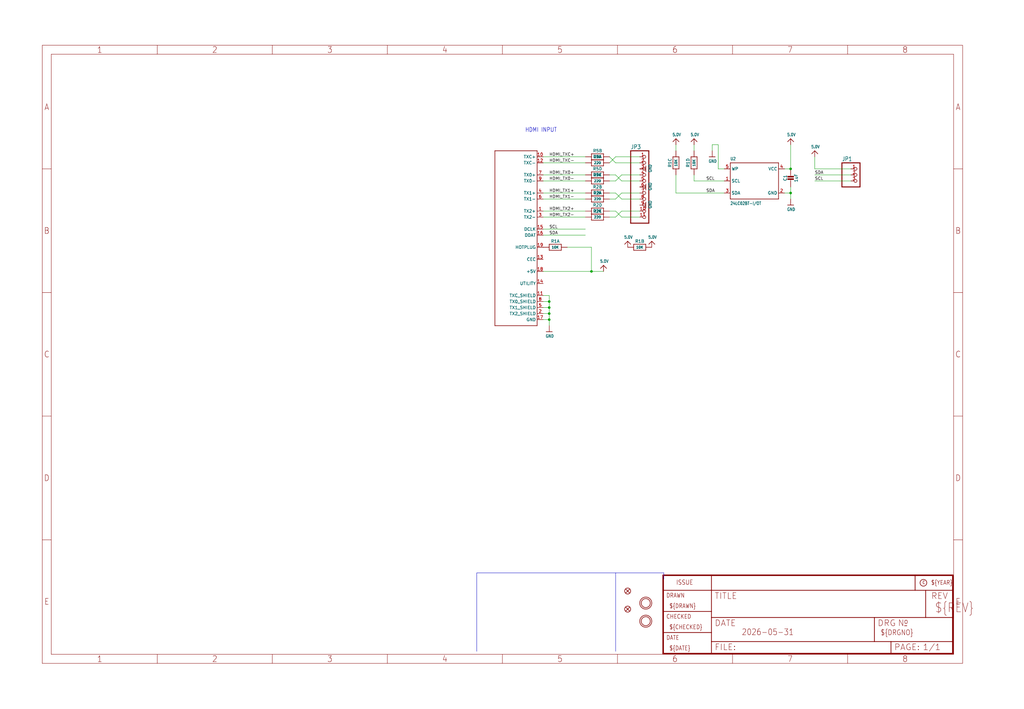
<source format=kicad_sch>
(kicad_sch (version 20230121) (generator eeschema)
  (paper "User" 430.962 298.602)
  (lib_symbols
    (symbol "working-eagle-import:5.0V" (power)
      (property "Value" "5.0V" (at -1.524 1.016 0))
      (symbol "5.0V_1_0"
        (polyline (pts (xy -1.27 -1.27) (xy 0 0)) (stroke (width 0.254)))
        (polyline (pts (xy 0 0) (xy 1.27 -1.27)) (stroke (width 0.254)))
        (pin power_in line (at 0 -2.54 90) (length 2.54) (name "5.0V") (number "1"))
      )
    )
    (symbol "working-eagle-import:CAP_CERAMIC0603_NO"
      (property "Reference" "C" (at -2.29 1.25 90))
      (symbol "CAP_CERAMIC0603_NO_1_0"
        (rectangle (start -1.27 0.508) (end 1.27 1.016) (fill (type outline)))
        (rectangle (start -1.27 1.524) (end 1.27 2.032) (fill (type outline)))
        (polyline (pts (xy 0 0.762) (xy 0 0)) (stroke (width 0.1524)))
        (polyline (pts (xy 0 2.54) (xy 0 1.778)) (stroke (width 0.1524)))
        (pin passive line (at 0 5.08 270) (length 2.54) (name "1") (number "1"))
        (pin passive line (at 0 -2.54 90) (length 2.54) (name "2") (number "2"))
      )
    )
    (symbol "working-eagle-import:EEPROM_I2C_MCP24AA32"
      (property "Reference" "U" (at -10.16 8.636 0))
      (symbol "EEPROM_I2C_MCP24AA32_1_0"
        (polyline (pts (xy -10.16 -7.62) (xy -10.16 7.62)) (stroke (width 0.254)))
        (polyline (pts (xy -10.16 7.62) (xy 10.16 7.62)) (stroke (width 0.254)))
        (polyline (pts (xy 10.16 -7.62) (xy -10.16 -7.62)) (stroke (width 0.254)))
        (polyline (pts (xy 10.16 7.62) (xy 10.16 -7.62)) (stroke (width 0.254)))
        (pin bidirectional line (at -12.7 0 0) (length 2.54) (name "SCL") (number "1"))
        (pin bidirectional line (at 12.7 -5.08 180) (length 2.54) (name "GND") (number "2"))
        (pin bidirectional line (at -12.7 -5.08 0) (length 2.54) (name "SDA") (number "3"))
        (pin bidirectional line (at 12.7 5.08 180) (length 2.54) (name "VCC") (number "4"))
        (pin bidirectional line (at -12.7 5.08 0) (length 2.54) (name "WP") (number "5"))
      )
    )
    (symbol "working-eagle-import:FIDUCIAL_1MM"
      (symbol "FIDUCIAL_1MM_1_0"
        (polyline (pts (xy -0.762 0.762) (xy 0.762 -0.762)) (stroke (width 0.254)))
        (polyline (pts (xy 0.762 0.762) (xy -0.762 -0.762)) (stroke (width 0.254)))
        (circle (center 0 0) (radius 1.27) (stroke (width 0.254)))
      )
    )
    (symbol "working-eagle-import:FRAME_A3"
      (symbol "FRAME_A3_1_0"
        (polyline (pts (xy 0 52.07) (xy 3.81 52.07)))
        (polyline (pts (xy 0 104.14) (xy 3.81 104.14)))
        (polyline (pts (xy 0 156.21) (xy 3.81 156.21)))
        (polyline (pts (xy 0 208.28) (xy 3.81 208.28)))
        (polyline (pts (xy 3.81 3.81) (xy 3.81 256.54)))
        (polyline (pts (xy 48.4188 0) (xy 48.4188 3.81)))
        (polyline (pts (xy 48.4188 256.54) (xy 48.4188 260.35)))
        (polyline (pts (xy 96.8375 0) (xy 96.8375 3.81)))
        (polyline (pts (xy 96.8375 256.54) (xy 96.8375 260.35)))
        (polyline (pts (xy 145.2563 0) (xy 145.2563 3.81)))
        (polyline (pts (xy 145.2563 256.54) (xy 145.2563 260.35)))
        (polyline (pts (xy 193.675 0) (xy 193.675 3.81)))
        (polyline (pts (xy 193.675 256.54) (xy 193.675 260.35)))
        (polyline (pts (xy 242.0938 0) (xy 242.0938 3.81)))
        (polyline (pts (xy 242.0938 256.54) (xy 242.0938 260.35)))
        (polyline (pts (xy 288.29 3.81) (xy 383.54 3.81)) (stroke (width 0.1016)))
        (polyline (pts (xy 290.5125 0) (xy 290.5125 3.81)))
        (polyline (pts (xy 290.5125 256.54) (xy 290.5125 260.35)))
        (polyline (pts (xy 338.9313 0) (xy 338.9313 3.81)))
        (polyline (pts (xy 338.9313 256.54) (xy 338.9313 260.35)))
        (polyline (pts (xy 383.54 3.81) (xy 3.81 3.81)))
        (polyline (pts (xy 383.54 3.81) (xy 383.54 8.89)) (stroke (width 0.1016)))
        (polyline (pts (xy 383.54 3.81) (xy 383.54 256.54)))
        (polyline (pts (xy 383.54 8.89) (xy 383.54 13.97)) (stroke (width 0.1016)))
        (polyline (pts (xy 383.54 13.97) (xy 383.54 19.05)) (stroke (width 0.1016)))
        (polyline (pts (xy 383.54 19.05) (xy 383.54 24.13)) (stroke (width 0.1016)))
        (polyline (pts (xy 383.54 19.05) (xy 383.54 36.83)) (stroke (width 0.1016)))
        (polyline (pts (xy 383.54 52.07) (xy 387.35 52.07)))
        (polyline (pts (xy 383.54 104.14) (xy 387.35 104.14)))
        (polyline (pts (xy 383.54 156.21) (xy 387.35 156.21)))
        (polyline (pts (xy 383.54 208.28) (xy 387.35 208.28)))
        (polyline (pts (xy 383.54 256.54) (xy 3.81 256.54)))
        (polyline (pts (xy 0 0) (xy 387.35 0) (xy 387.35 260.35) (xy 0 260.35) (xy 0 0)))
        (text "1" (at 24.2094 1.905 0) (effects (font (size 2.54 2.286))))
        (text "1" (at 24.2094 258.445 0) (effects (font (size 2.54 2.286))))
        (text "2" (at 72.6281 1.905 0) (effects (font (size 2.54 2.286))))
        (text "2" (at 72.6281 258.445 0) (effects (font (size 2.54 2.286))))
        (text "3" (at 121.0469 1.905 0) (effects (font (size 2.54 2.286))))
        (text "3" (at 121.0469 258.445 0) (effects (font (size 2.54 2.286))))
        (text "4" (at 169.4656 1.905 0) (effects (font (size 2.54 2.286))))
        (text "4" (at 169.4656 258.445 0) (effects (font (size 2.54 2.286))))
        (text "5" (at 217.8844 1.905 0) (effects (font (size 2.54 2.286))))
        (text "5" (at 217.8844 258.445 0) (effects (font (size 2.54 2.286))))
        (text "6" (at 266.3031 1.905 0) (effects (font (size 2.54 2.286))))
        (text "6" (at 266.3031 258.445 0) (effects (font (size 2.54 2.286))))
        (text "7" (at 314.7219 1.905 0) (effects (font (size 2.54 2.286))))
        (text "7" (at 314.7219 258.445 0) (effects (font (size 2.54 2.286))))
        (text "8" (at 363.1406 1.905 0) (effects (font (size 2.54 2.286))))
        (text "8" (at 363.1406 258.445 0) (effects (font (size 2.54 2.286))))
        (text "A" (at 1.905 234.315 0) (effects (font (size 2.54 2.286))))
        (text "A" (at 385.445 234.315 0) (effects (font (size 2.54 2.286))))
        (text "B" (at 1.905 182.245 0) (effects (font (size 2.54 2.286))))
        (text "B" (at 385.445 182.245 0) (effects (font (size 2.54 2.286))))
        (text "C" (at 1.905 130.175 0) (effects (font (size 2.54 2.286))))
        (text "C" (at 385.445 130.175 0) (effects (font (size 2.54 2.286))))
        (text "D" (at 1.905 78.105 0) (effects (font (size 2.54 2.286))))
        (text "D" (at 385.445 78.105 0) (effects (font (size 2.54 2.286))))
        (text "E" (at 1.905 26.035 0) (effects (font (size 2.54 2.286))))
        (text "E" (at 385.445 26.035 0) (effects (font (size 2.54 2.286))))
      )
      (symbol "FRAME_A3_2_0"
        (polyline (pts (xy 1.27 -6.35) (xy 1.27 0)) (stroke (width 0.1016)))
        (polyline (pts (xy 1.27 0) (xy 82.55 0)) (stroke (width 0.1016)))
        (polyline (pts (xy 82.55 -6.35) (xy 1.27 -6.35)) (stroke (width 0.1016)))
        (polyline (pts (xy 82.55 0) (xy 82.55 -6.35)) (stroke (width 0.1016)))
        (text "PART OR WHOLE IS STRICTLY PROHIBITED WITHOUT WRITTEN PERMISSION!" (at 3.81 -5.08 0) (effects (font (size 1.27 1.0795)) (justify left bottom)))
        (text "PROPRIETARY" (at 3.81 -10.16 0) (effects (font (size 2.54 2.159) (thickness 0.4318) bold) (justify left bottom)))
        (text "THIS DRAWING CONTAINS CONFIDENTIAL INFORMATION. ANY REPRODUCTION IN" (at 3.81 -2.794 0) (effects (font (size 1.27 1.0795)) (justify left bottom)))
      )
      (symbol "FRAME_A3_3_0"
        (polyline (pts (xy -0.3048 1.5748) (xy 20.0152 1.5748)) (stroke (width 0.6096)))
        (polyline (pts (xy -0.3048 10.4648) (xy -0.3048 1.5748)) (stroke (width 0.6096)))
        (polyline (pts (xy -0.3048 10.4648) (xy 20.0152 10.4648)) (stroke (width 0.3048)))
        (polyline (pts (xy -0.3048 19.3548) (xy -0.3048 10.4648)) (stroke (width 0.6096)))
        (polyline (pts (xy -0.3048 19.3548) (xy 20.0152 19.3548)) (stroke (width 0.3048)))
        (polyline (pts (xy -0.3048 28.2448) (xy -0.3048 19.3548)) (stroke (width 0.6096)))
        (polyline (pts (xy -0.3048 28.2448) (xy 20.0152 28.2448)) (stroke (width 0.3048)))
        (polyline (pts (xy -0.3048 34.5948) (xy -0.3048 28.2448)) (stroke (width 0.6096)))
        (polyline (pts (xy 20.0152 1.5748) (xy 20.0152 6.6548)) (stroke (width 0.3048)))
        (polyline (pts (xy 20.0152 1.5748) (xy 95.5802 1.5748)) (stroke (width 0.6096)))
        (polyline (pts (xy 20.0152 6.6548) (xy 20.0152 10.4648)) (stroke (width 0.3048)))
        (polyline (pts (xy 20.0152 6.6548) (xy 88.5952 6.6548)) (stroke (width 0.3048)))
        (polyline (pts (xy 20.0152 10.4648) (xy 20.0152 16.8148)) (stroke (width 0.3048)))
        (polyline (pts (xy 20.0152 16.8148) (xy 20.0152 19.3548)) (stroke (width 0.3048)))
        (polyline (pts (xy 20.0152 19.3548) (xy 20.0152 28.2448)) (stroke (width 0.3048)))
        (polyline (pts (xy 20.0152 28.2448) (xy 20.0152 34.5948)) (stroke (width 0.3048)))
        (polyline (pts (xy 20.0152 28.2448) (xy 105.7402 28.2448)) (stroke (width 0.3048)))
        (polyline (pts (xy 20.0152 34.5948) (xy -0.3048 34.5948)) (stroke (width 0.6096)))
        (polyline (pts (xy 88.5952 6.6548) (xy 95.5802 6.6548)) (stroke (width 0.3048)))
        (polyline (pts (xy 88.5952 16.8148) (xy 20.0152 16.8148)) (stroke (width 0.3048)))
        (polyline (pts (xy 88.5952 16.8148) (xy 88.5952 6.6548)) (stroke (width 0.3048)))
        (polyline (pts (xy 95.5802 1.5748) (xy 121.6152 1.5748)) (stroke (width 0.6096)))
        (polyline (pts (xy 95.5802 6.6548) (xy 95.5802 1.5748)) (stroke (width 0.3048)))
        (polyline (pts (xy 95.5802 6.6548) (xy 121.6152 6.6548)) (stroke (width 0.3048)))
        (polyline (pts (xy 101.2952 13.3223) (xy 102.2477 13.3223)) (stroke (width 0.254)))
        (polyline (pts (xy 105.7402 28.2448) (xy 105.7402 34.5948)) (stroke (width 0.3048)))
        (polyline (pts (xy 105.7402 28.2448) (xy 110.1852 28.2448)) (stroke (width 0.3048)))
        (polyline (pts (xy 105.7402 34.5948) (xy 20.0152 34.5948)) (stroke (width 0.6096)))
        (polyline (pts (xy 110.1852 16.8148) (xy 88.5952 16.8148)) (stroke (width 0.3048)))
        (polyline (pts (xy 110.1852 28.2448) (xy 110.1852 16.8148)) (stroke (width 0.3048)))
        (polyline (pts (xy 110.1852 28.2448) (xy 121.6152 28.2448)) (stroke (width 0.3048)))
        (polyline (pts (xy 121.6152 6.6548) (xy 121.6152 1.5748)) (stroke (width 0.6096)))
        (polyline (pts (xy 121.6152 16.8148) (xy 110.1852 16.8148)) (stroke (width 0.3048)))
        (polyline (pts (xy 121.6152 16.8148) (xy 121.6152 6.6548)) (stroke (width 0.6096)))
        (polyline (pts (xy 121.6152 28.2448) (xy 121.6152 16.8148)) (stroke (width 0.6096)))
        (polyline (pts (xy 121.6152 34.5948) (xy 105.7402 34.5948)) (stroke (width 0.6096)))
        (polyline (pts (xy 121.6152 34.5948) (xy 121.6152 28.2448)) (stroke (width 0.6096)))
        (circle (center 109.2327 31.4198) (radius 1.4199) (stroke (width 0.254)))
        (text "${#}/${##}" (at 108.9152 2.8448 0) (effects (font (size 2.54 2.54)) (justify left bottom)))
        (text "${CHECKED}" (at 2.2352 11.7348 0) (effects (font (size 1.778 1.5113)) (justify left bottom)))
        (text "${COMPANY}" (at 23.349 29.6735 0) (effects (font (size 3.175 2.6987) (thickness 0.5397) bold) (justify left bottom)))
        (text "${CURRENT_DATE}" (at 32.7152 9.1948 0) (effects (font (size 2.54 2.159)) (justify left bottom)))
        (text "${DATE}" (at 2.2352 2.8448 0) (effects (font (size 1.778 1.5113)) (justify left bottom)))
        (text "${DRAWN}" (at 2.2352 20.6248 0) (effects (font (size 1.778 1.5113)) (justify left bottom)))
        (text "${DRGNO}" (at 91.1352 9.1948 0) (effects (font (size 2.1844 1.8567)) (justify left bottom)))
        (text "${PROJECTNAME}" (at 33.0327 2.8448 0) (effects (font (size 2.54 2.159)) (justify left bottom)))
        (text "${REV}" (at 113.9952 18.7198 0) (effects (font (size 3.81 3.2385)) (justify left bottom)))
        (text "${YEAR}" (at 112.4077 30.4673 0) (effects (font (size 1.778 1.5113)) (justify left bottom)))
        (text "C" (at 108.7564 30.7848 0) (effects (font (size 1.27 1.0795)) (justify left bottom)))
        (text "CHECKED" (at 0.9652 16.1798 0) (effects (font (size 1.778 1.5113)) (justify left bottom)))
        (text "DATE" (at 0.9652 7.2898 0) (effects (font (size 1.778 1.5113)) (justify left bottom)))
        (text "DATE" (at 21.2852 13.0048 0) (effects (font (size 2.54 2.54)) (justify left bottom)))
        (text "DRAWN" (at 0.9652 25.0698 0) (effects (font (size 1.778 1.5113)) (justify left bottom)))
        (text "DRG" (at 89.8652 13.0048 0) (effects (font (size 2.54 2.54)) (justify left bottom)))
        (text "FILE:" (at 21.2852 2.8448 0) (effects (font (size 2.54 2.54)) (justify left bottom)))
        (text "ISSUE" (at 5.0927 30.4673 0) (effects (font (size 1.9304 1.6408)) (justify left bottom)))
        (text "N" (at 98.4377 13.0048 0) (effects (font (size 2.54 2.54)) (justify left bottom)))
        (text "o" (at 100.9777 13.9573 0) (effects (font (size 2.1844 1.8567)) (justify left bottom)))
        (text "PAGE:" (at 96.8502 2.8448 0) (effects (font (size 2.54 2.54)) (justify left bottom)))
        (text "REV" (at 112.4077 24.4348 0) (effects (font (size 2.54 2.54)) (justify left bottom)))
        (text "TITLE" (at 21.2852 24.4348 0) (effects (font (size 2.54 2.54)) (justify left bottom)))
      )
    )
    (symbol "working-eagle-import:GND" (power)
      (property "Value" "GND" (at -1.524 -2.54 0))
      (symbol "GND_1_0"
        (polyline (pts (xy -1.27 0) (xy 1.27 0)) (stroke (width 0.254)))
        (pin power_in line (at 0 2.54 270) (length 2.54) (name "GND") (number "1"))
      )
    )
    (symbol "working-eagle-import:HDMI_MOLEX_47151"
      (symbol "HDMI_MOLEX_47151_1_0"
        (polyline (pts (xy -10.16 -38.1) (xy 7.62 -38.1)) (stroke (width 0.254)))
        (polyline (pts (xy -10.16 35.56) (xy -10.16 -38.1)) (stroke (width 0.254)))
        (polyline (pts (xy 7.62 -38.1) (xy 7.62 35.56)) (stroke (width 0.254)))
        (polyline (pts (xy 7.62 35.56) (xy -10.16 35.56)) (stroke (width 0.254)))
        (pin bidirectional line (at -12.7 10.16 0) (length 2.54) (name "TX2+") (number "1"))
        (pin bidirectional line (at -12.7 33.02 0) (length 2.54) (name "TXC+") (number "10"))
        (pin power_in line (at -12.7 -25.4 0) (length 2.54) (name "TXC_SHIELD") (number "11"))
        (pin bidirectional line (at -12.7 30.48 0) (length 2.54) (name "TXC-") (number "12"))
        (pin bidirectional line (at -12.7 -10.16 0) (length 2.54) (name "CEC") (number "13"))
        (pin bidirectional line (at -12.7 -20.32 0) (length 2.54) (name "UTILITY") (number "14"))
        (pin bidirectional line (at -12.7 2.54 0) (length 2.54) (name "DCLK") (number "15"))
        (pin bidirectional line (at -12.7 0 0) (length 2.54) (name "DDAT") (number "16"))
        (pin power_in line (at -12.7 -35.56 0) (length 2.54) (name "GND") (number "17"))
        (pin power_in line (at -12.7 -15.24 0) (length 2.54) (name "+5V") (number "18"))
        (pin bidirectional line (at -12.7 -5.08 0) (length 2.54) (name "HOTPLUG") (number "19"))
        (pin power_in line (at -12.7 -33.02 0) (length 2.54) (name "TX2_SHIELD") (number "2"))
        (pin bidirectional line (at -12.7 7.62 0) (length 2.54) (name "TX2-") (number "3"))
        (pin bidirectional line (at -12.7 17.78 0) (length 2.54) (name "TX1+") (number "4"))
        (pin power_in line (at -12.7 -30.48 0) (length 2.54) (name "TX1_SHIELD") (number "5"))
        (pin bidirectional line (at -12.7 15.24 0) (length 2.54) (name "TX1-") (number "6"))
        (pin bidirectional line (at -12.7 25.4 0) (length 2.54) (name "TX0+") (number "7"))
        (pin power_in line (at -12.7 -27.94 0) (length 2.54) (name "TX0_SHIELD") (number "8"))
        (pin bidirectional line (at -12.7 22.86 0) (length 2.54) (name "TX0-") (number "9"))
      )
      (symbol "HDMI_MOLEX_47151_2_0"
        (pin power_in line (at -7.62 2.54 90) (length 5.08) (name "GND@1") (number "P$1"))
        (pin power_in line (at -5.08 2.54 90) (length 5.08) (name "GND@2") (number "P$2"))
        (pin power_in line (at -2.54 2.54 90) (length 5.08) (name "GND@3") (number "P$3"))
        (pin power_in line (at 0 2.54 90) (length 5.08) (name "GND@4") (number "P$4"))
      )
    )
    (symbol "working-eagle-import:HEADER-1X11"
      (property "Reference" "JP" (at -6.35 15.875 0))
      (symbol "HEADER-1X11_1_0"
        (polyline (pts (xy -6.35 -15.24) (xy 1.27 -15.24)) (stroke (width 0.4064)))
        (polyline (pts (xy -6.35 15.24) (xy -6.35 -15.24)) (stroke (width 0.4064)))
        (polyline (pts (xy 1.27 -15.24) (xy 1.27 15.24)) (stroke (width 0.4064)))
        (polyline (pts (xy 1.27 15.24) (xy -6.35 15.24)) (stroke (width 0.4064)))
        (pin passive inverted (at -2.54 12.7 0) (length 2.54) (name "1") (number "1"))
        (pin passive inverted (at -2.54 -10.16 0) (length 2.54) (name "10") (number "10"))
        (pin passive inverted (at -2.54 -12.7 0) (length 2.54) (name "11") (number "11"))
        (pin passive inverted (at -2.54 10.16 0) (length 2.54) (name "2") (number "2"))
        (pin passive inverted (at -2.54 7.62 0) (length 2.54) (name "3") (number "3"))
        (pin passive inverted (at -2.54 5.08 0) (length 2.54) (name "4") (number "4"))
        (pin passive inverted (at -2.54 2.54 0) (length 2.54) (name "5") (number "5"))
        (pin passive inverted (at -2.54 0 0) (length 2.54) (name "6") (number "6"))
        (pin passive inverted (at -2.54 -2.54 0) (length 2.54) (name "7") (number "7"))
        (pin passive inverted (at -2.54 -5.08 0) (length 2.54) (name "8") (number "8"))
        (pin passive inverted (at -2.54 -7.62 0) (length 2.54) (name "9") (number "9"))
      )
    )
    (symbol "working-eagle-import:HEADER-1X3ROUND"
      (property "Reference" "JP" (at -6.35 5.715 0))
      (symbol "HEADER-1X3ROUND_1_0"
        (polyline (pts (xy -6.35 -5.08) (xy 1.27 -5.08)) (stroke (width 0.4064)))
        (polyline (pts (xy -6.35 5.08) (xy -6.35 -5.08)) (stroke (width 0.4064)))
        (polyline (pts (xy 1.27 -5.08) (xy 1.27 5.08)) (stroke (width 0.4064)))
        (polyline (pts (xy 1.27 5.08) (xy -6.35 5.08)) (stroke (width 0.4064)))
        (pin passive inverted (at -2.54 2.54 0) (length 2.54) (name "1") (number "1"))
        (pin passive inverted (at -2.54 0 0) (length 2.54) (name "2") (number "2"))
        (pin passive inverted (at -2.54 -2.54 0) (length 2.54) (name "3") (number "3"))
      )
    )
    (symbol "working-eagle-import:MOUNTINGHOLE2.5"
      (symbol "MOUNTINGHOLE2.5_1_0"
        (circle (center 0 0) (radius 1.905) (stroke (width 0.254)))
        (circle (center 0 0) (radius 2.54) (stroke (width 0.254)))
      )
    )
    (symbol "working-eagle-import:RESISTOR_4PACK"
      (property "Reference" "R" (at 0 2.54 0))
      (symbol "RESISTOR_4PACK_1_0"
        (polyline (pts (xy -2.54 -1.27) (xy -2.54 1.27)) (stroke (width 0.254)))
        (polyline (pts (xy -2.54 1.27) (xy 2.54 1.27)) (stroke (width 0.254)))
        (polyline (pts (xy 2.54 -1.27) (xy -2.54 -1.27)) (stroke (width 0.254)))
        (polyline (pts (xy 2.54 1.27) (xy 2.54 -1.27)) (stroke (width 0.254)))
        (pin passive line (at -5.08 0 0) (length 2.54) (name "1") (number "1"))
        (pin passive line (at 5.08 0 180) (length 2.54) (name "2") (number "8"))
      )
      (symbol "RESISTOR_4PACK_2_0"
        (polyline (pts (xy -2.54 -1.27) (xy -2.54 1.27)) (stroke (width 0.254)))
        (polyline (pts (xy -2.54 1.27) (xy 2.54 1.27)) (stroke (width 0.254)))
        (polyline (pts (xy 2.54 -1.27) (xy -2.54 -1.27)) (stroke (width 0.254)))
        (polyline (pts (xy 2.54 1.27) (xy 2.54 -1.27)) (stroke (width 0.254)))
        (pin passive line (at -5.08 0 0) (length 2.54) (name "1") (number "2"))
        (pin passive line (at 5.08 0 180) (length 2.54) (name "2") (number "7"))
      )
      (symbol "RESISTOR_4PACK_3_0"
        (polyline (pts (xy -2.54 -1.27) (xy -2.54 1.27)) (stroke (width 0.254)))
        (polyline (pts (xy -2.54 1.27) (xy 2.54 1.27)) (stroke (width 0.254)))
        (polyline (pts (xy 2.54 -1.27) (xy -2.54 -1.27)) (stroke (width 0.254)))
        (polyline (pts (xy 2.54 1.27) (xy 2.54 -1.27)) (stroke (width 0.254)))
        (pin passive line (at -5.08 0 0) (length 2.54) (name "1") (number "3"))
        (pin passive line (at 5.08 0 180) (length 2.54) (name "2") (number "6"))
      )
      (symbol "RESISTOR_4PACK_4_0"
        (polyline (pts (xy -2.54 -1.27) (xy -2.54 1.27)) (stroke (width 0.254)))
        (polyline (pts (xy -2.54 1.27) (xy 2.54 1.27)) (stroke (width 0.254)))
        (polyline (pts (xy 2.54 -1.27) (xy -2.54 -1.27)) (stroke (width 0.254)))
        (polyline (pts (xy 2.54 1.27) (xy 2.54 -1.27)) (stroke (width 0.254)))
        (pin passive line (at -5.08 0 0) (length 2.54) (name "1") (number "4"))
        (pin passive line (at 5.08 0 180) (length 2.54) (name "2") (number "5"))
      )
    )
  )
  (junction (at 332.74 71.12))
  (junction (at 231.14 134.62))
  (junction (at 231.14 132.08))
  (junction (at 231.14 127))
  (junction (at 332.74 81.28))
  (junction (at 248.92 114.3))
  (junction (at 231.14 129.54))
  (polyline (pts (xy 259.08 241.3) (xy 200.66 241.3)) (stroke (width 0.1524) (type solid)))
  (wire (pts (xy 332.74 71.12) (xy 332.74 60.96)) (stroke (width 0.1524)))
  (polyline (pts (xy 200.66 241.3) (xy 200.66 274.32)) (stroke (width 0.1524) (type solid)))
  (wire (pts (xy 228.6 66.04) (xy 246.38 66.04)) (stroke (width 0.1524)))
  (wire (pts (xy 330.2 71.12) (xy 332.74 71.12)) (stroke (width 0.1524)))
  (wire (pts (xy 228.6 81.28) (xy 246.38 81.28)) (stroke (width 0.1524)))
  (wire (pts (xy 304.8 71.12) (xy 302.26 71.12)) (stroke (width 0.1524)))
  (wire (pts (xy 284.48 63.5) (xy 284.48 60.96)) (stroke (width 0.1524)))
  (wire (pts (xy 261.62 76.2) (xy 269.24 76.2)) (stroke (width 0.1524)))
  (wire (pts (xy 261.62 83.82) (xy 269.24 83.82)) (stroke (width 0.1524)))
  (wire (pts (xy 256.54 88.9) (xy 259.08 88.9)) (stroke (width 0.1524)))
  (wire (pts (xy 261.62 81.28) (xy 269.24 81.28)) (stroke (width 0.1524)))
  (wire (pts (xy 342.9 76.2) (xy 358.14 76.2)) (stroke (width 0.1524)))
  (wire (pts (xy 302.26 71.12) (xy 302.26 60.96)) (stroke (width 0.1524)))
  (wire (pts (xy 228.6 124.46) (xy 231.14 124.46)) (stroke (width 0.1524)))
  (wire (pts (xy 330.2 81.28) (xy 332.74 81.28)) (stroke (width 0.1524)))
  (wire (pts (xy 284.48 81.28) (xy 284.48 73.66)) (stroke (width 0.1524)))
  (wire (pts (xy 332.74 78.74) (xy 332.74 81.28)) (stroke (width 0.1524)))
  (wire (pts (xy 358.14 73.66) (xy 342.9 73.66)) (stroke (width 0.1524)))
  (wire (pts (xy 228.6 73.66) (xy 246.38 73.66)) (stroke (width 0.1524)))
  (wire (pts (xy 332.74 81.28) (xy 332.74 83.82)) (stroke (width 0.1524)))
  (wire (pts (xy 231.14 124.46) (xy 231.14 127)) (stroke (width 0.1524)))
  (wire (pts (xy 299.72 60.96) (xy 299.72 63.5)) (stroke (width 0.1524)))
  (wire (pts (xy 256.54 81.28) (xy 259.08 81.28)) (stroke (width 0.1524)))
  (wire (pts (xy 246.38 99.06) (xy 228.6 99.06)) (stroke (width 0.1524)))
  (wire (pts (xy 228.6 132.08) (xy 231.14 132.08)) (stroke (width 0.1524)))
  (wire (pts (xy 261.62 91.44) (xy 269.24 91.44)) (stroke (width 0.1524)))
  (wire (pts (xy 228.6 83.82) (xy 246.38 83.82)) (stroke (width 0.1524)))
  (wire (pts (xy 228.6 134.62) (xy 231.14 134.62)) (stroke (width 0.1524)))
  (wire (pts (xy 256.54 73.66) (xy 259.08 73.66)) (stroke (width 0.1524)))
  (wire (pts (xy 228.6 76.2) (xy 246.38 76.2)) (stroke (width 0.1524)))
  (wire (pts (xy 248.92 114.3) (xy 254 114.3)) (stroke (width 0.1524)))
  (polyline (pts (xy 279.4 241.3) (xy 279.4 243.84)) (stroke (width 0.1524) (type solid)))
  (wire (pts (xy 256.54 83.82) (xy 259.08 83.82)) (stroke (width 0.1524)))
  (wire (pts (xy 228.6 91.44) (xy 246.38 91.44)) (stroke (width 0.1524)))
  (wire (pts (xy 259.08 91.44) (xy 256.54 91.44)) (stroke (width 0.1524)))
  (wire (pts (xy 256.54 76.2) (xy 259.08 76.2)) (stroke (width 0.1524)))
  (wire (pts (xy 238.76 104.14) (xy 248.92 104.14)) (stroke (width 0.1524)))
  (wire (pts (xy 259.08 83.82) (xy 261.62 81.28)) (stroke (width 0.1524)))
  (wire (pts (xy 302.26 60.96) (xy 299.72 60.96)) (stroke (width 0.1524)))
  (wire (pts (xy 259.08 76.2) (xy 261.62 73.66)) (stroke (width 0.1524)))
  (wire (pts (xy 228.6 68.58) (xy 246.38 68.58)) (stroke (width 0.1524)))
  (wire (pts (xy 292.1 76.2) (xy 292.1 73.66)) (stroke (width 0.1524)))
  (wire (pts (xy 259.08 88.9) (xy 261.62 91.44)) (stroke (width 0.1524)))
  (polyline (pts (xy 259.08 241.3) (xy 259.08 274.32)) (stroke (width 0.1524) (type solid)))
  (wire (pts (xy 259.08 66.04) (xy 269.24 66.04)) (stroke (width 0.1524)))
  (wire (pts (xy 259.08 73.66) (xy 261.62 76.2)) (stroke (width 0.1524)))
  (wire (pts (xy 231.14 132.08) (xy 231.14 134.62)) (stroke (width 0.1524)))
  (wire (pts (xy 228.6 96.52) (xy 246.38 96.52)) (stroke (width 0.1524)))
  (wire (pts (xy 292.1 76.2) (xy 304.8 76.2)) (stroke (width 0.1524)))
  (wire (pts (xy 228.6 127) (xy 231.14 127)) (stroke (width 0.1524)))
  (wire (pts (xy 248.92 104.14) (xy 248.92 114.3)) (stroke (width 0.1524)))
  (wire (pts (xy 304.8 81.28) (xy 284.48 81.28)) (stroke (width 0.1524)))
  (wire (pts (xy 342.9 71.12) (xy 342.9 66.04)) (stroke (width 0.1524)))
  (wire (pts (xy 358.14 71.12) (xy 342.9 71.12)) (stroke (width 0.1524)))
  (wire (pts (xy 228.6 129.54) (xy 231.14 129.54)) (stroke (width 0.1524)))
  (polyline (pts (xy 279.4 241.3) (xy 259.08 241.3)) (stroke (width 0.1524) (type solid)))
  (wire (pts (xy 292.1 63.5) (xy 292.1 60.96)) (stroke (width 0.1524)))
  (wire (pts (xy 256.54 66.04) (xy 259.08 68.58)) (stroke (width 0.1524)))
  (wire (pts (xy 269.24 88.9) (xy 261.62 88.9)) (stroke (width 0.1524)))
  (wire (pts (xy 231.14 134.62) (xy 231.14 137.16)) (stroke (width 0.1524)))
  (wire (pts (xy 259.08 68.58) (xy 269.24 68.58)) (stroke (width 0.1524)))
  (wire (pts (xy 228.6 88.9) (xy 246.38 88.9)) (stroke (width 0.1524)))
  (wire (pts (xy 231.14 129.54) (xy 231.14 132.08)) (stroke (width 0.1524)))
  (wire (pts (xy 248.92 114.3) (xy 228.6 114.3)) (stroke (width 0.1524)))
  (wire (pts (xy 259.08 81.28) (xy 261.62 83.82)) (stroke (width 0.1524)))
  (wire (pts (xy 261.62 73.66) (xy 269.24 73.66)) (stroke (width 0.1524)))
  (wire (pts (xy 256.54 68.58) (xy 259.08 66.04)) (stroke (width 0.1524)))
  (wire (pts (xy 231.14 127) (xy 231.14 129.54)) (stroke (width 0.1524)))
  (wire (pts (xy 261.62 88.9) (xy 259.08 91.44)) (stroke (width 0.1524)))
  (text "HDMI INPUT" (at 220.98 55.88 0) (effects (font (size 1.778 1.5113)) (justify left bottom)))
  (label "HDMI_TX1+" (at 231.14 81.28 0) (effects (font (size 1.2446 1.2446))))
  (label "SCL" (at 297.18 76.2 0) (effects (font (size 1.2446 1.2446))))
  (label "HDMI_TXC-" (at 231.14 68.58 0) (effects (font (size 1.2446 1.2446))))
  (label "SDA" (at 231.14 99.06 0) (effects (font (size 1.2446 1.2446))))
  (label "HDMI_TX2+" (at 231.14 88.9 0) (effects (font (size 1.2446 1.2446))))
  (label "SCL" (at 231.14 96.52 0) (effects (font (size 1.2446 1.2446))))
  (label "HDMI_TX2-" (at 231.14 91.44 0) (effects (font (size 1.2446 1.2446))))
  (label "HDMI_TXC+" (at 231.14 66.04 0) (effects (font (size 1.2446 1.2446))))
  (label "HDMI_TX0-" (at 231.14 76.2 0) (effects (font (size 1.2446 1.2446))))
  (label "SCL" (at 342.9 76.2 0) (effects (font (size 1.2446 1.2446))))
  (label "SDA" (at 342.9 73.66 0) (effects (font (size 1.2446 1.2446))))
  (label "HDMI_TX1-" (at 231.14 83.82 0) (effects (font (size 1.2446 1.2446))))
  (label "HDMI_TX0+" (at 231.14 73.66 0) (effects (font (size 1.2446 1.2446))))
  (label "SDA" (at 297.18 81.28 0) (effects (font (size 1.2446 1.2446))))
  (symbol (lib_id "working-eagle-import:HEADER-1X3ROUND") (at 360.68 73.66 0) (unit 1)
    (property "Reference" "JP1" (at 354.33 67.945 0) (effects (font (size 1.778 1.5113)) (justify left bottom)))
    (property "Value" "HEADER-1X3ROUND" (effects hide))
    (property "Footprint" "working:1X03_ROUND" (effects hide))
  )
  (symbol (lib_id "working-eagle-import:RESISTOR_4PACK") (at 292.1 68.58 90) (unit 4)
    (property "Reference" "R1" (at 289.56 68.58 0))
    (property "Value" "10K" (at 292.1 68.58 0) (effects (font (size 1.016 1.016) bold)))
    (property "Footprint" "working:RESPACK_4X0603" (effects hide))
  )
  (symbol (lib_id "working-eagle-import:HEADER-1X11") (at 271.78 78.74 0) (unit 1)
    (property "Reference" "JP3" (at 265.43 62.865 0) (effects (font (size 1.778 1.5113)) (justify left bottom)))
    (property "Value" "HEADER-1X11" (effects hide))
    (property "Footprint" "working:1X11_ROUND" (effects hide))
  )
  (symbol (lib_id "working-eagle-import:RESISTOR_4PACK") (at 251.46 88.9 0) (unit 4)
    (property "Reference" "R2" (at 251.46 86.36 0))
    (property "Value" "220" (at 251.46 88.9 0) (effects (font (size 1.016 1.016) bold)))
    (property "Footprint" "working:RESPACK_4X0603" (effects hide))
  )
  (symbol (lib_id "working-eagle-import:EEPROM_I2C_MCP24AA32") (at 317.5 76.2 0) (unit 1)
    (property "Reference" "U2" (at 307.34 67.564 0) (effects (font (size 1.27 1.0795)) (justify left bottom)))
    (property "Value" "24LC02BT-I/OT" (at 307.34 86.36 0) (effects (font (size 1.27 1.0795)) (justify left bottom)))
    (property "Footprint" "working:SOT23-5" (effects hide))
  )
  (symbol (lib_id "working-eagle-import:GND") (at 231.14 139.7 0) (unit 1)
    (property "Reference" "#U$19" (effects hide))
    (property "Value" "GND" (at 229.616 142.24 0) (effects (font (size 1.27 1.0795)) (justify left bottom)))
  )
  (symbol (lib_id "working-eagle-import:RESISTOR_4PACK") (at 251.46 68.58 0) (unit 1)
    (property "Reference" "R5" (at 251.46 66.04 0))
    (property "Value" "220" (at 251.46 68.58 0) (effects (font (size 1.016 1.016) bold)))
    (property "Footprint" "working:RESPACK_4X0603" (effects hide))
  )
  (symbol (lib_id "working-eagle-import:GND") (at 271.78 78.74 90) (unit 1)
    (property "Reference" "#U$3" (effects hide))
    (property "Value" "GND" (at 274.32 80.264 0) (effects (font (size 1.27 1.0795)) (justify left bottom)))
  )
  (symbol (lib_id "working-eagle-import:MOUNTINGHOLE2.5") (at 271.78 261.62 90) (unit 1)
    (property "Reference" "U$33" (effects hide))
    (property "Value" "MOUNTINGHOLE2.5" (effects hide))
    (property "Footprint" "working:MOUNTINGHOLE_2.5_PLATED" (effects hide))
  )
  (symbol (lib_id "working-eagle-import:RESISTOR_4PACK") (at 251.46 73.66 0) (unit 4)
    (property "Reference" "R5" (at 251.46 71.12 0))
    (property "Value" "220" (at 251.46 73.66 0) (effects (font (size 1.016 1.016) bold)))
    (property "Footprint" "working:RESPACK_4X0603" (effects hide))
  )
  (symbol (lib_id "working-eagle-import:RESISTOR_4PACK") (at 233.68 104.14 0) (unit 1)
    (property "Reference" "R1" (at 233.68 101.6 0))
    (property "Value" "10K" (at 233.68 104.14 0) (effects (font (size 1.016 1.016) bold)))
    (property "Footprint" "working:RESPACK_4X0603" (effects hide))
  )
  (symbol (lib_id "working-eagle-import:5.0V") (at 292.1 58.42 0) (unit 1)
    (property "Reference" "#U$47" (effects hide))
    (property "Value" "5.0V" (at 290.576 57.404 0) (effects (font (size 1.27 1.0795)) (justify left bottom)))
  )
  (symbol (lib_id "working-eagle-import:FIDUCIAL_1MM") (at 264.16 256.54 90) (unit 1)
    (property "Reference" "FID2" (effects hide))
    (property "Value" "FIDUCIAL_1MM" (effects hide))
    (property "Footprint" "working:FIDUCIAL_1MM" (effects hide))
  )
  (symbol (lib_id "working-eagle-import:GND") (at 299.72 66.04 0) (unit 1)
    (property "Reference" "#U$14" (effects hide))
    (property "Value" "GND" (at 298.196 68.58 0) (effects (font (size 1.27 1.0795)) (justify left bottom)))
  )
  (symbol (lib_id "working-eagle-import:GND") (at 271.78 86.36 90) (unit 1)
    (property "Reference" "#U$4" (effects hide))
    (property "Value" "GND" (at 274.32 87.884 0) (effects (font (size 1.27 1.0795)) (justify left bottom)))
  )
  (symbol (lib_id "working-eagle-import:MOUNTINGHOLE2.5") (at 271.78 254 90) (unit 1)
    (property "Reference" "U$32" (effects hide))
    (property "Value" "MOUNTINGHOLE2.5" (effects hide))
    (property "Footprint" "working:MOUNTINGHOLE_2.5_PLATED" (effects hide))
  )
  (symbol (lib_id "working-eagle-import:RESISTOR_4PACK") (at 251.46 66.04 0) (unit 2)
    (property "Reference" "R5" (at 251.46 63.5 0))
    (property "Value" "220" (at 251.46 66.04 0) (effects (font (size 1.016 1.016) bold)))
    (property "Footprint" "working:RESPACK_4X0603" (effects hide))
  )
  (symbol (lib_id "working-eagle-import:5.0V") (at 274.32 101.6 0) (unit 1)
    (property "Reference" "#U$2" (effects hide))
    (property "Value" "5.0V" (at 272.796 100.584 0) (effects (font (size 1.27 1.0795)) (justify left bottom)))
  )
  (symbol (lib_id "working-eagle-import:RESISTOR_4PACK") (at 251.46 76.2 0) (unit 3)
    (property "Reference" "R5" (at 251.46 73.66 0))
    (property "Value" "220" (at 251.46 76.2 0) (effects (font (size 1.016 1.016) bold)))
    (property "Footprint" "working:RESPACK_4X0603" (effects hide))
  )
  (symbol (lib_id "working-eagle-import:RESISTOR_4PACK") (at 251.46 91.44 0) (unit 3)
    (property "Reference" "R2" (at 251.46 88.9 0))
    (property "Value" "220" (at 251.46 91.44 0) (effects (font (size 1.016 1.016) bold)))
    (property "Footprint" "working:RESPACK_4X0603" (effects hide))
  )
  (symbol (lib_id "working-eagle-import:RESISTOR_4PACK") (at 269.24 104.14 0) (unit 2)
    (property "Reference" "R1" (at 269.24 101.6 0))
    (property "Value" "10K" (at 269.24 104.14 0) (effects (font (size 1.016 1.016) bold)))
    (property "Footprint" "working:RESPACK_4X0603" (effects hide))
  )
  (symbol (lib_id "working-eagle-import:FRAME_A3") (at 17.78 279.4 0) (unit 1)
    (property "Reference" "#FRAME1" (effects hide))
    (property "Value" "FRAME_A3" (effects hide))
  )
  (symbol (lib_id "working-eagle-import:5.0V") (at 284.48 58.42 0) (unit 1)
    (property "Reference" "#U$40" (effects hide))
    (property "Value" "5.0V" (at 282.956 57.404 0) (effects (font (size 1.27 1.0795)) (justify left bottom)))
  )
  (symbol (lib_id "working-eagle-import:GND") (at 332.74 86.36 0) (unit 1)
    (property "Reference" "#U$7" (effects hide))
    (property "Value" "GND" (at 331.216 88.9 0) (effects (font (size 1.27 1.0795)) (justify left bottom)))
  )
  (symbol (lib_id "working-eagle-import:5.0V") (at 264.16 101.6 0) (unit 1)
    (property "Reference" "#U$1" (effects hide))
    (property "Value" "5.0V" (at 262.636 100.584 0) (effects (font (size 1.27 1.0795)) (justify left bottom)))
  )
  (symbol (lib_id "working-eagle-import:5.0V") (at 254 111.76 0) (unit 1)
    (property "Reference" "#U$36" (effects hide))
    (property "Value" "5.0V" (at 252.476 110.744 0) (effects (font (size 1.27 1.0795)) (justify left bottom)))
  )
  (symbol (lib_id "working-eagle-import:RESISTOR_4PACK") (at 251.46 83.82 0) (unit 1)
    (property "Reference" "R2" (at 251.46 81.28 0))
    (property "Value" "220" (at 251.46 83.82 0) (effects (font (size 1.016 1.016) bold)))
    (property "Footprint" "working:RESPACK_4X0603" (effects hide))
  )
  (symbol (lib_id "working-eagle-import:5.0V") (at 332.74 58.42 0) (unit 1)
    (property "Reference" "#U$48" (effects hide))
    (property "Value" "5.0V" (at 331.216 57.404 0) (effects (font (size 1.27 1.0795)) (justify left bottom)))
  )
  (symbol (lib_id "working-eagle-import:HDMI_MOLEX_47151") (at 215.9 99.06 0) (mirror y) (unit 1)
    (property "Reference" "X1" (effects hide))
    (property "Value" "47151-0001" (effects hide))
    (property "Footprint" "working:HDMI_MOLEX_47151-0001" (effects hide))
  )
  (symbol (lib_id "working-eagle-import:RESISTOR_4PACK") (at 251.46 81.28 0) (unit 2)
    (property "Reference" "R2" (at 251.46 78.74 0))
    (property "Value" "220" (at 251.46 81.28 0) (effects (font (size 1.016 1.016) bold)))
    (property "Footprint" "working:RESPACK_4X0603" (effects hide))
  )
  (symbol (lib_id "working-eagle-import:GND") (at 271.78 71.12 90) (unit 1)
    (property "Reference" "#U$5" (effects hide))
    (property "Value" "GND" (at 274.32 72.644 0) (effects (font (size 1.27 1.0795)) (justify left bottom)))
  )
  (symbol (lib_id "working-eagle-import:5.0V") (at 342.9 63.5 0) (unit 1)
    (property "Reference" "#U$8" (effects hide))
    (property "Value" "5.0V" (at 341.376 62.484 0) (effects (font (size 1.27 1.0795)) (justify left bottom)))
  )
  (symbol (lib_id "working-eagle-import:RESISTOR_4PACK") (at 284.48 68.58 90) (unit 3)
    (property "Reference" "R1" (at 281.94 68.58 0))
    (property "Value" "10K" (at 284.48 68.58 0) (effects (font (size 1.016 1.016) bold)))
    (property "Footprint" "working:RESPACK_4X0603" (effects hide))
  )
  (symbol (lib_id "working-eagle-import:CAP_CERAMIC0603_NO") (at 332.74 76.2 0) (unit 1)
    (property "Reference" "C1" (at 330.45 74.95 90))
    (property "Value" "1uF" (at 335.04 74.95 90))
    (property "Footprint" "working:0603-NO" (effects hide))
  )
  (symbol (lib_id "working-eagle-import:FIDUCIAL_1MM") (at 264.16 248.92 90) (unit 1)
    (property "Reference" "FID1" (effects hide))
    (property "Value" "FIDUCIAL_1MM" (effects hide))
    (property "Footprint" "working:FIDUCIAL_1MM" (effects hide))
  )
  (symbol (lib_id "working-eagle-import:FRAME_A3") (at 279.4 276.86 0) (unit 3)
    (property "Reference" "#FRAME1" (effects hide))
    (property "Value" "FRAME_A3" (effects hide))
  )
)
</source>
